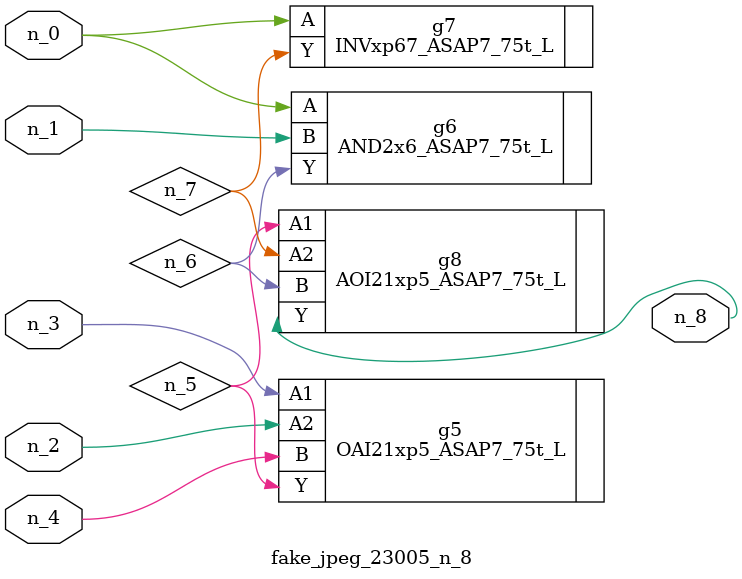
<source format=v>
module fake_jpeg_23005_n_8 (n_3, n_2, n_1, n_0, n_4, n_8);

input n_3;
input n_2;
input n_1;
input n_0;
input n_4;

output n_8;

wire n_6;
wire n_5;
wire n_7;

OAI21xp5_ASAP7_75t_L g5 ( 
.A1(n_3),
.A2(n_2),
.B(n_4),
.Y(n_5)
);

AND2x6_ASAP7_75t_L g6 ( 
.A(n_0),
.B(n_1),
.Y(n_6)
);

INVxp67_ASAP7_75t_L g7 ( 
.A(n_0),
.Y(n_7)
);

AOI21xp5_ASAP7_75t_L g8 ( 
.A1(n_5),
.A2(n_7),
.B(n_6),
.Y(n_8)
);


endmodule
</source>
